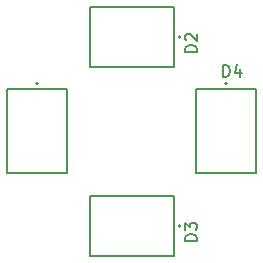
<source format=gbr>
%TF.GenerationSoftware,KiCad,Pcbnew,7.0.7*%
%TF.CreationDate,2024-01-19T08:55:37-05:00*%
%TF.ProjectId,LED_board,4c45445f-626f-4617-9264-2e6b69636164,rev?*%
%TF.SameCoordinates,Original*%
%TF.FileFunction,Legend,Top*%
%TF.FilePolarity,Positive*%
%FSLAX46Y46*%
G04 Gerber Fmt 4.6, Leading zero omitted, Abs format (unit mm)*
G04 Created by KiCad (PCBNEW 7.0.7) date 2024-01-19 08:55:37*
%MOMM*%
%LPD*%
G01*
G04 APERTURE LIST*
%ADD10C,0.150000*%
%ADD11C,0.127000*%
%ADD12C,0.200000*%
G04 APERTURE END LIST*
D10*
X105534819Y-93246094D02*
X104534819Y-93246094D01*
X104534819Y-93246094D02*
X104534819Y-93007999D01*
X104534819Y-93007999D02*
X104582438Y-92865142D01*
X104582438Y-92865142D02*
X104677676Y-92769904D01*
X104677676Y-92769904D02*
X104772914Y-92722285D01*
X104772914Y-92722285D02*
X104963390Y-92674666D01*
X104963390Y-92674666D02*
X105106247Y-92674666D01*
X105106247Y-92674666D02*
X105296723Y-92722285D01*
X105296723Y-92722285D02*
X105391961Y-92769904D01*
X105391961Y-92769904D02*
X105487200Y-92865142D01*
X105487200Y-92865142D02*
X105534819Y-93007999D01*
X105534819Y-93007999D02*
X105534819Y-93246094D01*
X104630057Y-92293713D02*
X104582438Y-92246094D01*
X104582438Y-92246094D02*
X104534819Y-92150856D01*
X104534819Y-92150856D02*
X104534819Y-91912761D01*
X104534819Y-91912761D02*
X104582438Y-91817523D01*
X104582438Y-91817523D02*
X104630057Y-91769904D01*
X104630057Y-91769904D02*
X104725295Y-91722285D01*
X104725295Y-91722285D02*
X104820533Y-91722285D01*
X104820533Y-91722285D02*
X104963390Y-91769904D01*
X104963390Y-91769904D02*
X105534819Y-92341332D01*
X105534819Y-92341332D02*
X105534819Y-91722285D01*
X107769905Y-95374819D02*
X107769905Y-94374819D01*
X107769905Y-94374819D02*
X108008000Y-94374819D01*
X108008000Y-94374819D02*
X108150857Y-94422438D01*
X108150857Y-94422438D02*
X108246095Y-94517676D01*
X108246095Y-94517676D02*
X108293714Y-94612914D01*
X108293714Y-94612914D02*
X108341333Y-94803390D01*
X108341333Y-94803390D02*
X108341333Y-94946247D01*
X108341333Y-94946247D02*
X108293714Y-95136723D01*
X108293714Y-95136723D02*
X108246095Y-95231961D01*
X108246095Y-95231961D02*
X108150857Y-95327200D01*
X108150857Y-95327200D02*
X108008000Y-95374819D01*
X108008000Y-95374819D02*
X107769905Y-95374819D01*
X109198476Y-94708152D02*
X109198476Y-95374819D01*
X108960381Y-94327200D02*
X108722286Y-95041485D01*
X108722286Y-95041485D02*
X109341333Y-95041485D01*
X105534819Y-109246094D02*
X104534819Y-109246094D01*
X104534819Y-109246094D02*
X104534819Y-109007999D01*
X104534819Y-109007999D02*
X104582438Y-108865142D01*
X104582438Y-108865142D02*
X104677676Y-108769904D01*
X104677676Y-108769904D02*
X104772914Y-108722285D01*
X104772914Y-108722285D02*
X104963390Y-108674666D01*
X104963390Y-108674666D02*
X105106247Y-108674666D01*
X105106247Y-108674666D02*
X105296723Y-108722285D01*
X105296723Y-108722285D02*
X105391961Y-108769904D01*
X105391961Y-108769904D02*
X105487200Y-108865142D01*
X105487200Y-108865142D02*
X105534819Y-109007999D01*
X105534819Y-109007999D02*
X105534819Y-109246094D01*
X104534819Y-108341332D02*
X104534819Y-107722285D01*
X104534819Y-107722285D02*
X104915771Y-108055618D01*
X104915771Y-108055618D02*
X104915771Y-107912761D01*
X104915771Y-107912761D02*
X104963390Y-107817523D01*
X104963390Y-107817523D02*
X105011009Y-107769904D01*
X105011009Y-107769904D02*
X105106247Y-107722285D01*
X105106247Y-107722285D02*
X105344342Y-107722285D01*
X105344342Y-107722285D02*
X105439580Y-107769904D01*
X105439580Y-107769904D02*
X105487200Y-107817523D01*
X105487200Y-107817523D02*
X105534819Y-107912761D01*
X105534819Y-107912761D02*
X105534819Y-108198475D01*
X105534819Y-108198475D02*
X105487200Y-108293713D01*
X105487200Y-108293713D02*
X105439580Y-108341332D01*
D11*
%TO.C,D2*%
X103556000Y-89460000D02*
X103556000Y-94540000D01*
X96444000Y-89460000D02*
X103556000Y-89460000D01*
X103556000Y-94540000D02*
X96444000Y-94540000D01*
X96444000Y-94540000D02*
X96444000Y-89460000D01*
D12*
X104164000Y-92000000D02*
G75*
G03*
X104164000Y-92000000I-100000J0D01*
G01*
D11*
%TO.C,D4*%
X105460000Y-96444000D02*
X110540000Y-96444000D01*
X105460000Y-103556000D02*
X105460000Y-96444000D01*
X110540000Y-96444000D02*
X110540000Y-103556000D01*
X110540000Y-103556000D02*
X105460000Y-103556000D01*
D12*
X108100000Y-95936000D02*
G75*
G03*
X108100000Y-95936000I-100000J0D01*
G01*
D11*
%TO.C,D1*%
X89460000Y-96444000D02*
X94540000Y-96444000D01*
X89460000Y-103556000D02*
X89460000Y-96444000D01*
X94540000Y-96444000D02*
X94540000Y-103556000D01*
X94540000Y-103556000D02*
X89460000Y-103556000D01*
D12*
X92100000Y-95936000D02*
G75*
G03*
X92100000Y-95936000I-100000J0D01*
G01*
D11*
%TO.C,D3*%
X103556000Y-105460000D02*
X103556000Y-110540000D01*
X96444000Y-105460000D02*
X103556000Y-105460000D01*
X103556000Y-110540000D02*
X96444000Y-110540000D01*
X96444000Y-110540000D02*
X96444000Y-105460000D01*
D12*
X104164000Y-108000000D02*
G75*
G03*
X104164000Y-108000000I-100000J0D01*
G01*
%TD*%
M02*

</source>
